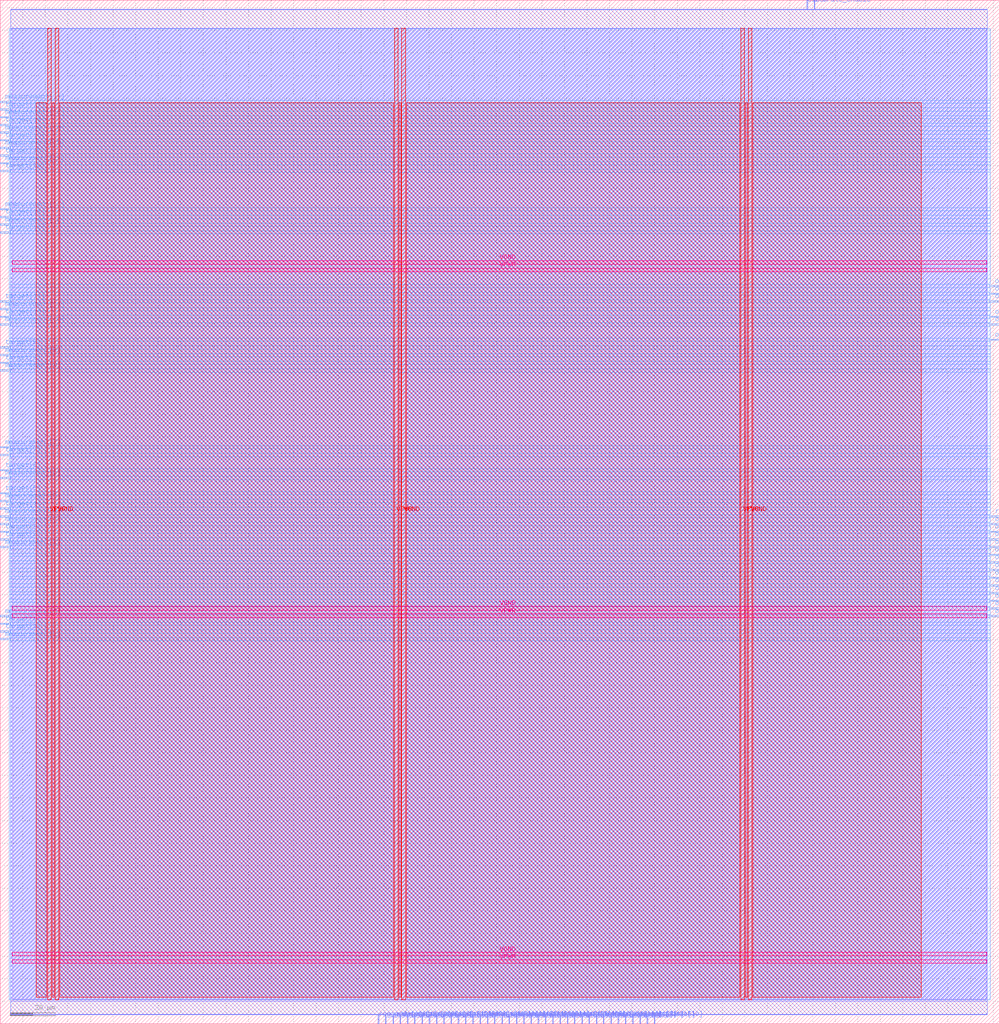
<source format=lef>
VERSION 5.7 ;
  NOWIREEXTENSIONATPIN ON ;
  DIVIDERCHAR "/" ;
  BUSBITCHARS "[]" ;
MACRO pid
  CLASS BLOCK ;
  FOREIGN pid ;
  ORIGIN 0.000 0.000 ;
  SIZE 442.700 BY 453.420 ;
  PIN VGND
    DIRECTION INOUT ;
    USE GROUND ;
    PORT
      LAYER met4 ;
        RECT 24.340 10.640 25.940 440.880 ;
    END
    PORT
      LAYER met4 ;
        RECT 177.940 10.640 179.540 440.880 ;
    END
    PORT
      LAYER met4 ;
        RECT 331.540 10.640 333.140 440.880 ;
    END
    PORT
      LAYER met5 ;
        RECT 5.280 30.030 437.240 31.630 ;
    END
    PORT
      LAYER met5 ;
        RECT 5.280 183.210 437.240 184.810 ;
    END
    PORT
      LAYER met5 ;
        RECT 5.280 336.390 437.240 337.990 ;
    END
  END VGND
  PIN VPWR
    DIRECTION INOUT ;
    USE POWER ;
    PORT
      LAYER met4 ;
        RECT 21.040 10.640 22.640 440.880 ;
    END
    PORT
      LAYER met4 ;
        RECT 174.640 10.640 176.240 440.880 ;
    END
    PORT
      LAYER met4 ;
        RECT 328.240 10.640 329.840 440.880 ;
    END
    PORT
      LAYER met5 ;
        RECT 5.280 26.730 437.240 28.330 ;
    END
    PORT
      LAYER met5 ;
        RECT 5.280 179.910 437.240 181.510 ;
    END
    PORT
      LAYER met5 ;
        RECT 5.280 333.090 437.240 334.690 ;
    END
  END VPWR
  PIN clock
    DIRECTION INPUT ;
    USE SIGNAL ;
    ANTENNAGATEAREA 0.852000 ;
    PORT
      LAYER met2 ;
        RECT 357.510 449.420 357.790 453.420 ;
    END
  END clock
  PIN iterate_enable
    DIRECTION INPUT ;
    USE SIGNAL ;
    ANTENNAGATEAREA 0.426000 ;
    PORT
      LAYER met2 ;
        RECT 360.730 449.420 361.010 453.420 ;
    END
  END iterate_enable
  PIN measurement[0]
    DIRECTION INPUT ;
    USE SIGNAL ;
    ANTENNAGATEAREA 0.196500 ;
    PORT
      LAYER met3 ;
        RECT 0.000 180.240 4.000 180.840 ;
    END
  END measurement[0]
  PIN measurement[10]
    DIRECTION INPUT ;
    USE SIGNAL ;
    ANTENNAGATEAREA 0.196500 ;
    PORT
      LAYER met3 ;
        RECT 0.000 309.440 4.000 310.040 ;
    END
  END measurement[10]
  PIN measurement[11]
    DIRECTION INPUT ;
    USE SIGNAL ;
    ANTENNAGATEAREA 0.196500 ;
    PORT
      LAYER met3 ;
        RECT 0.000 316.240 4.000 316.840 ;
    END
  END measurement[11]
  PIN measurement[12]
    DIRECTION INPUT ;
    USE SIGNAL ;
    ANTENNAGATEAREA 0.196500 ;
    PORT
      LAYER met3 ;
        RECT 0.000 353.640 4.000 354.240 ;
    END
  END measurement[12]
  PIN measurement[13]
    DIRECTION INPUT ;
    USE SIGNAL ;
    ANTENNAGATEAREA 0.196500 ;
    PORT
      LAYER met3 ;
        RECT 0.000 360.440 4.000 361.040 ;
    END
  END measurement[13]
  PIN measurement[14]
    DIRECTION INPUT ;
    USE SIGNAL ;
    ANTENNAGATEAREA 0.196500 ;
    PORT
      LAYER met3 ;
        RECT 0.000 380.840 4.000 381.440 ;
    END
  END measurement[14]
  PIN measurement[15]
    DIRECTION INPUT ;
    USE SIGNAL ;
    ANTENNAGATEAREA 0.196500 ;
    PORT
      LAYER met3 ;
        RECT 0.000 387.640 4.000 388.240 ;
    END
  END measurement[15]
  PIN measurement[16]
    DIRECTION INPUT ;
    USE SIGNAL ;
    ANTENNAGATEAREA 0.196500 ;
    PORT
      LAYER met3 ;
        RECT 0.000 394.440 4.000 395.040 ;
    END
  END measurement[16]
  PIN measurement[17]
    DIRECTION INPUT ;
    USE SIGNAL ;
    ANTENNAGATEAREA 0.196500 ;
    PORT
      LAYER met3 ;
        RECT 0.000 408.040 4.000 408.640 ;
    END
  END measurement[17]
  PIN measurement[18]
    DIRECTION INPUT ;
    USE SIGNAL ;
    ANTENNAGATEAREA 0.196500 ;
    PORT
      LAYER met3 ;
        RECT 0.000 401.240 4.000 401.840 ;
    END
  END measurement[18]
  PIN measurement[1]
    DIRECTION INPUT ;
    USE SIGNAL ;
    ANTENNAGATEAREA 0.495000 ;
    PORT
      LAYER met3 ;
        RECT 0.000 170.040 4.000 170.640 ;
    END
  END measurement[1]
  PIN measurement[2]
    DIRECTION INPUT ;
    USE SIGNAL ;
    ANTENNAGATEAREA 0.196500 ;
    PORT
      LAYER met3 ;
        RECT 0.000 210.840 4.000 211.440 ;
    END
  END measurement[2]
  PIN measurement[3]
    DIRECTION INPUT ;
    USE SIGNAL ;
    ANTENNAGATEAREA 0.196500 ;
    PORT
      LAYER met3 ;
        RECT 0.000 221.040 4.000 221.640 ;
    END
  END measurement[3]
  PIN measurement[4]
    DIRECTION INPUT ;
    USE SIGNAL ;
    ANTENNAGATEAREA 0.196500 ;
    PORT
      LAYER met3 ;
        RECT 0.000 224.440 4.000 225.040 ;
    END
  END measurement[4]
  PIN measurement[5]
    DIRECTION INPUT ;
    USE SIGNAL ;
    ANTENNAGATEAREA 0.213000 ;
    PORT
      LAYER met3 ;
        RECT 0.000 231.240 4.000 231.840 ;
    END
  END measurement[5]
  PIN measurement[6]
    DIRECTION INPUT ;
    USE SIGNAL ;
    ANTENNAGATEAREA 0.196500 ;
    PORT
      LAYER met3 ;
        RECT 0.000 241.440 4.000 242.040 ;
    END
  END measurement[6]
  PIN measurement[7]
    DIRECTION INPUT ;
    USE SIGNAL ;
    ANTENNAGATEAREA 0.196500 ;
    PORT
      LAYER met3 ;
        RECT 0.000 255.040 4.000 255.640 ;
    END
  END measurement[7]
  PIN measurement[8]
    DIRECTION INPUT ;
    USE SIGNAL ;
    ANTENNAGATEAREA 0.196500 ;
    PORT
      LAYER met3 ;
        RECT 0.000 289.040 4.000 289.640 ;
    END
  END measurement[8]
  PIN measurement[9]
    DIRECTION INPUT ;
    USE SIGNAL ;
    ANTENNAGATEAREA 0.196500 ;
    PORT
      LAYER met3 ;
        RECT 0.000 295.840 4.000 296.440 ;
    END
  END measurement[9]
  PIN out_clocked[0]
    DIRECTION OUTPUT ;
    USE SIGNAL ;
    ANTENNADIFFAREA 0.445500 ;
    PORT
      LAYER met3 ;
        RECT 438.700 180.240 442.700 180.840 ;
    END
  END out_clocked[0]
  PIN out_clocked[10]
    DIRECTION OUTPUT ;
    USE SIGNAL ;
    ANTENNADIFFAREA 0.445500 ;
    PORT
      LAYER met3 ;
        RECT 438.700 200.640 442.700 201.240 ;
    END
  END out_clocked[10]
  PIN out_clocked[11]
    DIRECTION OUTPUT ;
    USE SIGNAL ;
    ANTENNADIFFAREA 0.445500 ;
    PORT
      LAYER met3 ;
        RECT 438.700 221.040 442.700 221.640 ;
    END
  END out_clocked[11]
  PIN out_clocked[12]
    DIRECTION OUTPUT ;
    USE SIGNAL ;
    ANTENNADIFFAREA 0.445500 ;
    PORT
      LAYER met3 ;
        RECT 438.700 210.840 442.700 211.440 ;
    END
  END out_clocked[12]
  PIN out_clocked[13]
    DIRECTION OUTPUT ;
    USE SIGNAL ;
    ANTENNADIFFAREA 0.445500 ;
    PORT
      LAYER met3 ;
        RECT 438.700 302.640 442.700 303.240 ;
    END
  END out_clocked[13]
  PIN out_clocked[14]
    DIRECTION OUTPUT ;
    USE SIGNAL ;
    ANTENNADIFFAREA 0.795200 ;
    PORT
      LAYER met3 ;
        RECT 438.700 319.640 442.700 320.240 ;
    END
  END out_clocked[14]
  PIN out_clocked[15]
    DIRECTION OUTPUT ;
    USE SIGNAL ;
    ANTENNADIFFAREA 0.795200 ;
    PORT
      LAYER met3 ;
        RECT 438.700 309.440 442.700 310.040 ;
    END
  END out_clocked[15]
  PIN out_clocked[16]
    DIRECTION OUTPUT ;
    USE SIGNAL ;
    ANTENNADIFFAREA 0.795200 ;
    PORT
      LAYER met3 ;
        RECT 438.700 326.440 442.700 327.040 ;
    END
  END out_clocked[16]
  PIN out_clocked[17]
    DIRECTION OUTPUT ;
    USE SIGNAL ;
    ANTENNADIFFAREA 0.795200 ;
    PORT
      LAYER met3 ;
        RECT 438.700 323.040 442.700 323.640 ;
    END
  END out_clocked[17]
  PIN out_clocked[18]
    DIRECTION OUTPUT ;
    USE SIGNAL ;
    ANTENNADIFFAREA 0.795200 ;
    PORT
      LAYER met3 ;
        RECT 438.700 312.840 442.700 313.440 ;
    END
  END out_clocked[18]
  PIN out_clocked[1]
    DIRECTION OUTPUT ;
    USE SIGNAL ;
    ANTENNADIFFAREA 0.445500 ;
    PORT
      LAYER met3 ;
        RECT 438.700 204.040 442.700 204.640 ;
    END
  END out_clocked[1]
  PIN out_clocked[2]
    DIRECTION OUTPUT ;
    USE SIGNAL ;
    ANTENNADIFFAREA 0.445500 ;
    PORT
      LAYER met3 ;
        RECT 438.700 207.440 442.700 208.040 ;
    END
  END out_clocked[2]
  PIN out_clocked[3]
    DIRECTION OUTPUT ;
    USE SIGNAL ;
    ANTENNADIFFAREA 0.445500 ;
    PORT
      LAYER met3 ;
        RECT 438.700 190.440 442.700 191.040 ;
    END
  END out_clocked[3]
  PIN out_clocked[4]
    DIRECTION OUTPUT ;
    USE SIGNAL ;
    ANTENNADIFFAREA 0.445500 ;
    PORT
      LAYER met3 ;
        RECT 438.700 214.240 442.700 214.840 ;
    END
  END out_clocked[4]
  PIN out_clocked[5]
    DIRECTION OUTPUT ;
    USE SIGNAL ;
    ANTENNADIFFAREA 0.445500 ;
    PORT
      LAYER met3 ;
        RECT 438.700 187.040 442.700 187.640 ;
    END
  END out_clocked[5]
  PIN out_clocked[6]
    DIRECTION OUTPUT ;
    USE SIGNAL ;
    ANTENNADIFFAREA 0.445500 ;
    PORT
      LAYER met3 ;
        RECT 438.700 217.640 442.700 218.240 ;
    END
  END out_clocked[6]
  PIN out_clocked[7]
    DIRECTION OUTPUT ;
    USE SIGNAL ;
    ANTENNADIFFAREA 0.445500 ;
    PORT
      LAYER met3 ;
        RECT 438.700 183.640 442.700 184.240 ;
    END
  END out_clocked[7]
  PIN out_clocked[8]
    DIRECTION OUTPUT ;
    USE SIGNAL ;
    ANTENNADIFFAREA 0.445500 ;
    PORT
      LAYER met3 ;
        RECT 438.700 193.840 442.700 194.440 ;
    END
  END out_clocked[8]
  PIN out_clocked[9]
    DIRECTION OUTPUT ;
    USE SIGNAL ;
    ANTENNADIFFAREA 0.445500 ;
    PORT
      LAYER met3 ;
        RECT 438.700 197.240 442.700 197.840 ;
    END
  END out_clocked[9]
  PIN reg_addr[0]
    DIRECTION INPUT ;
    USE SIGNAL ;
    ANTENNAGATEAREA 0.196500 ;
    PORT
      LAYER met2 ;
        RECT 167.530 0.000 167.810 4.000 ;
    END
  END reg_addr[0]
  PIN reg_addr[10]
    DIRECTION INPUT ;
    USE SIGNAL ;
    ANTENNAGATEAREA 0.196500 ;
    PORT
      LAYER met2 ;
        RECT 289.890 0.000 290.170 4.000 ;
    END
  END reg_addr[10]
  PIN reg_addr[11]
    DIRECTION INPUT ;
    USE SIGNAL ;
    ANTENNAGATEAREA 0.196500 ;
    PORT
      LAYER met2 ;
        RECT 277.010 0.000 277.290 4.000 ;
    END
  END reg_addr[11]
  PIN reg_addr[12]
    DIRECTION INPUT ;
    USE SIGNAL ;
    ANTENNAGATEAREA 0.196500 ;
    PORT
      LAYER met2 ;
        RECT 231.930 0.000 232.210 4.000 ;
    END
  END reg_addr[12]
  PIN reg_addr[13]
    DIRECTION INPUT ;
    USE SIGNAL ;
    ANTENNAGATEAREA 0.196500 ;
    PORT
      LAYER met2 ;
        RECT 244.810 0.000 245.090 4.000 ;
    END
  END reg_addr[13]
  PIN reg_addr[14]
    DIRECTION INPUT ;
    USE SIGNAL ;
    ANTENNAGATEAREA 0.196500 ;
    PORT
      LAYER met2 ;
        RECT 228.710 0.000 228.990 4.000 ;
    END
  END reg_addr[14]
  PIN reg_addr[15]
    DIRECTION INPUT ;
    USE SIGNAL ;
    ANTENNAGATEAREA 0.196500 ;
    PORT
      LAYER met2 ;
        RECT 286.670 0.000 286.950 4.000 ;
    END
  END reg_addr[15]
  PIN reg_addr[16]
    DIRECTION INPUT ;
    USE SIGNAL ;
    ANTENNAGATEAREA 0.196500 ;
    PORT
      LAYER met2 ;
        RECT 235.150 0.000 235.430 4.000 ;
    END
  END reg_addr[16]
  PIN reg_addr[17]
    DIRECTION INPUT ;
    USE SIGNAL ;
    ANTENNAGATEAREA 0.196500 ;
    PORT
      LAYER met2 ;
        RECT 248.030 0.000 248.310 4.000 ;
    END
  END reg_addr[17]
  PIN reg_addr[18]
    DIRECTION INPUT ;
    USE SIGNAL ;
    ANTENNAGATEAREA 0.196500 ;
    PORT
      LAYER met2 ;
        RECT 225.490 0.000 225.770 4.000 ;
    END
  END reg_addr[18]
  PIN reg_addr[1]
    DIRECTION INPUT ;
    USE SIGNAL ;
    ANTENNAGATEAREA 0.196500 ;
    PORT
      LAYER met2 ;
        RECT 222.270 0.000 222.550 4.000 ;
    END
  END reg_addr[1]
  PIN reg_addr[2]
    DIRECTION INPUT ;
    USE SIGNAL ;
    ANTENNAGATEAREA 0.196500 ;
    PORT
      LAYER met2 ;
        RECT 206.170 0.000 206.450 4.000 ;
    END
  END reg_addr[2]
  PIN reg_addr[3]
    DIRECTION INPUT ;
    USE SIGNAL ;
    ANTENNAGATEAREA 0.196500 ;
    PORT
      LAYER met2 ;
        RECT 219.050 0.000 219.330 4.000 ;
    END
  END reg_addr[3]
  PIN reg_addr[4]
    DIRECTION INPUT ;
    USE SIGNAL ;
    ANTENNAGATEAREA 0.196500 ;
    PORT
      LAYER met2 ;
        RECT 241.590 0.000 241.870 4.000 ;
    END
  END reg_addr[4]
  PIN reg_addr[5]
    DIRECTION INPUT ;
    USE SIGNAL ;
    ANTENNAGATEAREA 0.196500 ;
    PORT
      LAYER met2 ;
        RECT 238.370 0.000 238.650 4.000 ;
    END
  END reg_addr[5]
  PIN reg_addr[6]
    DIRECTION INPUT ;
    USE SIGNAL ;
    ANTENNAGATEAREA 0.196500 ;
    PORT
      LAYER met2 ;
        RECT 273.790 0.000 274.070 4.000 ;
    END
  END reg_addr[6]
  PIN reg_addr[7]
    DIRECTION INPUT ;
    USE SIGNAL ;
    ANTENNAGATEAREA 0.196500 ;
    PORT
      LAYER met2 ;
        RECT 280.230 0.000 280.510 4.000 ;
    END
  END reg_addr[7]
  PIN reg_addr[8]
    DIRECTION INPUT ;
    USE SIGNAL ;
    ANTENNAGATEAREA 0.196500 ;
    PORT
      LAYER met2 ;
        RECT 257.690 0.000 257.970 4.000 ;
    END
  END reg_addr[8]
  PIN reg_addr[9]
    DIRECTION INPUT ;
    USE SIGNAL ;
    ANTENNAGATEAREA 0.196500 ;
    PORT
      LAYER met2 ;
        RECT 264.130 0.000 264.410 4.000 ;
    END
  END reg_addr[9]
  PIN reg_data[0]
    DIRECTION INPUT ;
    USE SIGNAL ;
    ANTENNAGATEAREA 0.247500 ;
    PORT
      LAYER met2 ;
        RECT 283.450 0.000 283.730 4.000 ;
    END
  END reg_data[0]
  PIN reg_data[10]
    DIRECTION INPUT ;
    USE SIGNAL ;
    ANTENNAGATEAREA 0.213000 ;
    PORT
      LAYER met2 ;
        RECT 251.250 0.000 251.530 4.000 ;
    END
  END reg_data[10]
  PIN reg_data[11]
    DIRECTION INPUT ;
    USE SIGNAL ;
    ANTENNAGATEAREA 0.213000 ;
    PORT
      LAYER met2 ;
        RECT 270.570 0.000 270.850 4.000 ;
    END
  END reg_data[11]
  PIN reg_data[12]
    DIRECTION INPUT ;
    USE SIGNAL ;
    ANTENNAGATEAREA 0.213000 ;
    PORT
      LAYER met2 ;
        RECT 196.510 0.000 196.790 4.000 ;
    END
  END reg_data[12]
  PIN reg_data[13]
    DIRECTION INPUT ;
    USE SIGNAL ;
    ANTENNAGATEAREA 0.213000 ;
    PORT
      LAYER met2 ;
        RECT 212.610 0.000 212.890 4.000 ;
    END
  END reg_data[13]
  PIN reg_data[14]
    DIRECTION INPUT ;
    USE SIGNAL ;
    ANTENNAGATEAREA 0.213000 ;
    PORT
      LAYER met2 ;
        RECT 209.390 0.000 209.670 4.000 ;
    END
  END reg_data[14]
  PIN reg_data[15]
    DIRECTION INPUT ;
    USE SIGNAL ;
    ANTENNAGATEAREA 0.213000 ;
    PORT
      LAYER met2 ;
        RECT 193.290 0.000 193.570 4.000 ;
    END
  END reg_data[15]
  PIN reg_data[16]
    DIRECTION INPUT ;
    USE SIGNAL ;
    ANTENNAGATEAREA 0.213000 ;
    PORT
      LAYER met2 ;
        RECT 254.470 0.000 254.750 4.000 ;
    END
  END reg_data[16]
  PIN reg_data[17]
    DIRECTION INPUT ;
    USE SIGNAL ;
    ANTENNAGATEAREA 0.213000 ;
    PORT
      LAYER met2 ;
        RECT 199.730 0.000 200.010 4.000 ;
    END
  END reg_data[17]
  PIN reg_data[18]
    DIRECTION INPUT ;
    USE SIGNAL ;
    ANTENNAGATEAREA 0.213000 ;
    PORT
      LAYER met2 ;
        RECT 202.950 0.000 203.230 4.000 ;
    END
  END reg_data[18]
  PIN reg_data[1]
    DIRECTION INPUT ;
    USE SIGNAL ;
    ANTENNAGATEAREA 0.213000 ;
    PORT
      LAYER met2 ;
        RECT 173.970 0.000 174.250 4.000 ;
    END
  END reg_data[1]
  PIN reg_data[2]
    DIRECTION INPUT ;
    USE SIGNAL ;
    ANTENNAGATEAREA 0.213000 ;
    PORT
      LAYER met2 ;
        RECT 170.750 0.000 171.030 4.000 ;
    END
  END reg_data[2]
  PIN reg_data[3]
    DIRECTION INPUT ;
    USE SIGNAL ;
    ANTENNAGATEAREA 0.247500 ;
    PORT
      LAYER met2 ;
        RECT 260.910 0.000 261.190 4.000 ;
    END
  END reg_data[3]
  PIN reg_data[4]
    DIRECTION INPUT ;
    USE SIGNAL ;
    ANTENNAGATEAREA 0.213000 ;
    PORT
      LAYER met2 ;
        RECT 177.190 0.000 177.470 4.000 ;
    END
  END reg_data[4]
  PIN reg_data[5]
    DIRECTION INPUT ;
    USE SIGNAL ;
    ANTENNAGATEAREA 0.213000 ;
    PORT
      LAYER met2 ;
        RECT 183.630 0.000 183.910 4.000 ;
    END
  END reg_data[5]
  PIN reg_data[6]
    DIRECTION INPUT ;
    USE SIGNAL ;
    ANTENNAGATEAREA 0.247500 ;
    PORT
      LAYER met2 ;
        RECT 186.850 0.000 187.130 4.000 ;
    END
  END reg_data[6]
  PIN reg_data[7]
    DIRECTION INPUT ;
    USE SIGNAL ;
    ANTENNAGATEAREA 0.213000 ;
    PORT
      LAYER met2 ;
        RECT 190.070 0.000 190.350 4.000 ;
    END
  END reg_data[7]
  PIN reg_data[8]
    DIRECTION INPUT ;
    USE SIGNAL ;
    ANTENNAGATEAREA 0.247500 ;
    PORT
      LAYER met2 ;
        RECT 267.350 0.000 267.630 4.000 ;
    END
  END reg_data[8]
  PIN reg_data[9]
    DIRECTION INPUT ;
    USE SIGNAL ;
    ANTENNAGATEAREA 0.213000 ;
    PORT
      LAYER met2 ;
        RECT 180.410 0.000 180.690 4.000 ;
    END
  END reg_data[9]
  PIN reset
    DIRECTION INPUT ;
    USE SIGNAL ;
    ANTENNAGATEAREA 0.196500 ;
    PORT
      LAYER met3 ;
        RECT 438.700 224.440 442.700 225.040 ;
    END
  END reset
  PIN target[0]
    DIRECTION INPUT ;
    USE SIGNAL ;
    ANTENNAGATEAREA 0.196500 ;
    PORT
      LAYER met3 ;
        RECT 0.000 176.840 4.000 177.440 ;
    END
  END target[0]
  PIN target[10]
    DIRECTION INPUT ;
    USE SIGNAL ;
    ANTENNAGATEAREA 0.196500 ;
    PORT
      LAYER met3 ;
        RECT 0.000 312.840 4.000 313.440 ;
    END
  END target[10]
  PIN target[11]
    DIRECTION INPUT ;
    USE SIGNAL ;
    ANTENNAGATEAREA 0.196500 ;
    PORT
      LAYER met3 ;
        RECT 0.000 319.640 4.000 320.240 ;
    END
  END target[11]
  PIN target[12]
    DIRECTION INPUT ;
    USE SIGNAL ;
    ANTENNAGATEAREA 0.196500 ;
    PORT
      LAYER met3 ;
        RECT 0.000 350.240 4.000 350.840 ;
    END
  END target[12]
  PIN target[13]
    DIRECTION INPUT ;
    USE SIGNAL ;
    ANTENNAGATEAREA 0.196500 ;
    PORT
      LAYER met3 ;
        RECT 0.000 357.040 4.000 357.640 ;
    END
  END target[13]
  PIN target[14]
    DIRECTION INPUT ;
    USE SIGNAL ;
    ANTENNAGATEAREA 0.196500 ;
    PORT
      LAYER met3 ;
        RECT 0.000 377.440 4.000 378.040 ;
    END
  END target[14]
  PIN target[15]
    DIRECTION INPUT ;
    USE SIGNAL ;
    ANTENNAGATEAREA 0.196500 ;
    PORT
      LAYER met3 ;
        RECT 0.000 384.240 4.000 384.840 ;
    END
  END target[15]
  PIN target[16]
    DIRECTION INPUT ;
    USE SIGNAL ;
    ANTENNAGATEAREA 0.196500 ;
    PORT
      LAYER met3 ;
        RECT 0.000 391.040 4.000 391.640 ;
    END
  END target[16]
  PIN target[17]
    DIRECTION INPUT ;
    USE SIGNAL ;
    ANTENNAGATEAREA 0.196500 ;
    PORT
      LAYER met3 ;
        RECT 0.000 404.640 4.000 405.240 ;
    END
  END target[17]
  PIN target[18]
    DIRECTION INPUT ;
    USE SIGNAL ;
    ANTENNAGATEAREA 0.126000 ;
    PORT
      LAYER met3 ;
        RECT 0.000 397.840 4.000 398.440 ;
    END
  END target[18]
  PIN target[1]
    DIRECTION INPUT ;
    USE SIGNAL ;
    ANTENNAGATEAREA 0.495000 ;
    PORT
      LAYER met3 ;
        RECT 0.000 173.440 4.000 174.040 ;
    END
  END target[1]
  PIN target[2]
    DIRECTION INPUT ;
    USE SIGNAL ;
    ANTENNAGATEAREA 0.196500 ;
    PORT
      LAYER met3 ;
        RECT 0.000 214.240 4.000 214.840 ;
    END
  END target[2]
  PIN target[3]
    DIRECTION INPUT ;
    USE SIGNAL ;
    ANTENNAGATEAREA 0.196500 ;
    PORT
      LAYER met3 ;
        RECT 0.000 217.640 4.000 218.240 ;
    END
  END target[3]
  PIN target[4]
    DIRECTION INPUT ;
    USE SIGNAL ;
    ANTENNAGATEAREA 0.196500 ;
    PORT
      LAYER met3 ;
        RECT 0.000 227.840 4.000 228.440 ;
    END
  END target[4]
  PIN target[5]
    DIRECTION INPUT ;
    USE SIGNAL ;
    ANTENNAGATEAREA 0.213000 ;
    PORT
      LAYER met3 ;
        RECT 0.000 234.640 4.000 235.240 ;
    END
  END target[5]
  PIN target[6]
    DIRECTION INPUT ;
    USE SIGNAL ;
    ANTENNAGATEAREA 0.196500 ;
    PORT
      LAYER met3 ;
        RECT 0.000 244.840 4.000 245.440 ;
    END
  END target[6]
  PIN target[7]
    DIRECTION INPUT ;
    USE SIGNAL ;
    ANTENNAGATEAREA 0.196500 ;
    PORT
      LAYER met3 ;
        RECT 0.000 251.640 4.000 252.240 ;
    END
  END target[7]
  PIN target[8]
    DIRECTION INPUT ;
    USE SIGNAL ;
    ANTENNAGATEAREA 0.196500 ;
    PORT
      LAYER met3 ;
        RECT 0.000 292.440 4.000 293.040 ;
    END
  END target[8]
  PIN target[9]
    DIRECTION INPUT ;
    USE SIGNAL ;
    ANTENNAGATEAREA 0.196500 ;
    PORT
      LAYER met3 ;
        RECT 0.000 299.240 4.000 299.840 ;
    END
  END target[9]
  PIN write_enable
    DIRECTION INPUT ;
    USE SIGNAL ;
    ANTENNAGATEAREA 0.213000 ;
    PORT
      LAYER met2 ;
        RECT 215.830 0.000 216.110 4.000 ;
    END
  END write_enable
  OBS
      LAYER li1 ;
        RECT 5.520 10.795 437.000 440.725 ;
      LAYER met1 ;
        RECT 4.670 9.900 437.390 440.880 ;
      LAYER met2 ;
        RECT 4.690 449.140 357.230 449.420 ;
        RECT 358.070 449.140 360.450 449.420 ;
        RECT 361.290 449.140 437.370 449.420 ;
        RECT 4.690 4.280 437.370 449.140 ;
        RECT 4.690 4.000 167.250 4.280 ;
        RECT 168.090 4.000 170.470 4.280 ;
        RECT 171.310 4.000 173.690 4.280 ;
        RECT 174.530 4.000 176.910 4.280 ;
        RECT 177.750 4.000 180.130 4.280 ;
        RECT 180.970 4.000 183.350 4.280 ;
        RECT 184.190 4.000 186.570 4.280 ;
        RECT 187.410 4.000 189.790 4.280 ;
        RECT 190.630 4.000 193.010 4.280 ;
        RECT 193.850 4.000 196.230 4.280 ;
        RECT 197.070 4.000 199.450 4.280 ;
        RECT 200.290 4.000 202.670 4.280 ;
        RECT 203.510 4.000 205.890 4.280 ;
        RECT 206.730 4.000 209.110 4.280 ;
        RECT 209.950 4.000 212.330 4.280 ;
        RECT 213.170 4.000 215.550 4.280 ;
        RECT 216.390 4.000 218.770 4.280 ;
        RECT 219.610 4.000 221.990 4.280 ;
        RECT 222.830 4.000 225.210 4.280 ;
        RECT 226.050 4.000 228.430 4.280 ;
        RECT 229.270 4.000 231.650 4.280 ;
        RECT 232.490 4.000 234.870 4.280 ;
        RECT 235.710 4.000 238.090 4.280 ;
        RECT 238.930 4.000 241.310 4.280 ;
        RECT 242.150 4.000 244.530 4.280 ;
        RECT 245.370 4.000 247.750 4.280 ;
        RECT 248.590 4.000 250.970 4.280 ;
        RECT 251.810 4.000 254.190 4.280 ;
        RECT 255.030 4.000 257.410 4.280 ;
        RECT 258.250 4.000 260.630 4.280 ;
        RECT 261.470 4.000 263.850 4.280 ;
        RECT 264.690 4.000 267.070 4.280 ;
        RECT 267.910 4.000 270.290 4.280 ;
        RECT 271.130 4.000 273.510 4.280 ;
        RECT 274.350 4.000 276.730 4.280 ;
        RECT 277.570 4.000 279.950 4.280 ;
        RECT 280.790 4.000 283.170 4.280 ;
        RECT 284.010 4.000 286.390 4.280 ;
        RECT 287.230 4.000 289.610 4.280 ;
        RECT 290.450 4.000 437.370 4.280 ;
      LAYER met3 ;
        RECT 3.990 409.040 438.700 440.805 ;
        RECT 4.400 407.640 438.700 409.040 ;
        RECT 3.990 405.640 438.700 407.640 ;
        RECT 4.400 404.240 438.700 405.640 ;
        RECT 3.990 402.240 438.700 404.240 ;
        RECT 4.400 400.840 438.700 402.240 ;
        RECT 3.990 398.840 438.700 400.840 ;
        RECT 4.400 397.440 438.700 398.840 ;
        RECT 3.990 395.440 438.700 397.440 ;
        RECT 4.400 394.040 438.700 395.440 ;
        RECT 3.990 392.040 438.700 394.040 ;
        RECT 4.400 390.640 438.700 392.040 ;
        RECT 3.990 388.640 438.700 390.640 ;
        RECT 4.400 387.240 438.700 388.640 ;
        RECT 3.990 385.240 438.700 387.240 ;
        RECT 4.400 383.840 438.700 385.240 ;
        RECT 3.990 381.840 438.700 383.840 ;
        RECT 4.400 380.440 438.700 381.840 ;
        RECT 3.990 378.440 438.700 380.440 ;
        RECT 4.400 377.040 438.700 378.440 ;
        RECT 3.990 361.440 438.700 377.040 ;
        RECT 4.400 360.040 438.700 361.440 ;
        RECT 3.990 358.040 438.700 360.040 ;
        RECT 4.400 356.640 438.700 358.040 ;
        RECT 3.990 354.640 438.700 356.640 ;
        RECT 4.400 353.240 438.700 354.640 ;
        RECT 3.990 351.240 438.700 353.240 ;
        RECT 4.400 349.840 438.700 351.240 ;
        RECT 3.990 327.440 438.700 349.840 ;
        RECT 3.990 326.040 438.300 327.440 ;
        RECT 3.990 324.040 438.700 326.040 ;
        RECT 3.990 322.640 438.300 324.040 ;
        RECT 3.990 320.640 438.700 322.640 ;
        RECT 4.400 319.240 438.300 320.640 ;
        RECT 3.990 317.240 438.700 319.240 ;
        RECT 4.400 315.840 438.700 317.240 ;
        RECT 3.990 313.840 438.700 315.840 ;
        RECT 4.400 312.440 438.300 313.840 ;
        RECT 3.990 310.440 438.700 312.440 ;
        RECT 4.400 309.040 438.300 310.440 ;
        RECT 3.990 303.640 438.700 309.040 ;
        RECT 3.990 302.240 438.300 303.640 ;
        RECT 3.990 300.240 438.700 302.240 ;
        RECT 4.400 298.840 438.700 300.240 ;
        RECT 3.990 296.840 438.700 298.840 ;
        RECT 4.400 295.440 438.700 296.840 ;
        RECT 3.990 293.440 438.700 295.440 ;
        RECT 4.400 292.040 438.700 293.440 ;
        RECT 3.990 290.040 438.700 292.040 ;
        RECT 4.400 288.640 438.700 290.040 ;
        RECT 3.990 256.040 438.700 288.640 ;
        RECT 4.400 254.640 438.700 256.040 ;
        RECT 3.990 252.640 438.700 254.640 ;
        RECT 4.400 251.240 438.700 252.640 ;
        RECT 3.990 245.840 438.700 251.240 ;
        RECT 4.400 244.440 438.700 245.840 ;
        RECT 3.990 242.440 438.700 244.440 ;
        RECT 4.400 241.040 438.700 242.440 ;
        RECT 3.990 235.640 438.700 241.040 ;
        RECT 4.400 234.240 438.700 235.640 ;
        RECT 3.990 232.240 438.700 234.240 ;
        RECT 4.400 230.840 438.700 232.240 ;
        RECT 3.990 228.840 438.700 230.840 ;
        RECT 4.400 227.440 438.700 228.840 ;
        RECT 3.990 225.440 438.700 227.440 ;
        RECT 4.400 224.040 438.300 225.440 ;
        RECT 3.990 222.040 438.700 224.040 ;
        RECT 4.400 220.640 438.300 222.040 ;
        RECT 3.990 218.640 438.700 220.640 ;
        RECT 4.400 217.240 438.300 218.640 ;
        RECT 3.990 215.240 438.700 217.240 ;
        RECT 4.400 213.840 438.300 215.240 ;
        RECT 3.990 211.840 438.700 213.840 ;
        RECT 4.400 210.440 438.300 211.840 ;
        RECT 3.990 208.440 438.700 210.440 ;
        RECT 3.990 207.040 438.300 208.440 ;
        RECT 3.990 205.040 438.700 207.040 ;
        RECT 3.990 203.640 438.300 205.040 ;
        RECT 3.990 201.640 438.700 203.640 ;
        RECT 3.990 200.240 438.300 201.640 ;
        RECT 3.990 198.240 438.700 200.240 ;
        RECT 3.990 196.840 438.300 198.240 ;
        RECT 3.990 194.840 438.700 196.840 ;
        RECT 3.990 193.440 438.300 194.840 ;
        RECT 3.990 191.440 438.700 193.440 ;
        RECT 3.990 190.040 438.300 191.440 ;
        RECT 3.990 188.040 438.700 190.040 ;
        RECT 3.990 186.640 438.300 188.040 ;
        RECT 3.990 184.640 438.700 186.640 ;
        RECT 3.990 183.240 438.300 184.640 ;
        RECT 3.990 181.240 438.700 183.240 ;
        RECT 4.400 179.840 438.300 181.240 ;
        RECT 3.990 177.840 438.700 179.840 ;
        RECT 4.400 176.440 438.700 177.840 ;
        RECT 3.990 174.440 438.700 176.440 ;
        RECT 4.400 173.040 438.700 174.440 ;
        RECT 3.990 171.040 438.700 173.040 ;
        RECT 4.400 169.640 438.700 171.040 ;
        RECT 3.990 10.715 438.700 169.640 ;
      LAYER met4 ;
        RECT 15.935 11.735 20.640 407.825 ;
        RECT 23.040 11.735 23.940 407.825 ;
        RECT 26.340 11.735 174.240 407.825 ;
        RECT 176.640 11.735 177.540 407.825 ;
        RECT 179.940 11.735 327.840 407.825 ;
        RECT 330.240 11.735 331.140 407.825 ;
        RECT 333.540 11.735 408.185 407.825 ;
  END
END pid
END LIBRARY


</source>
